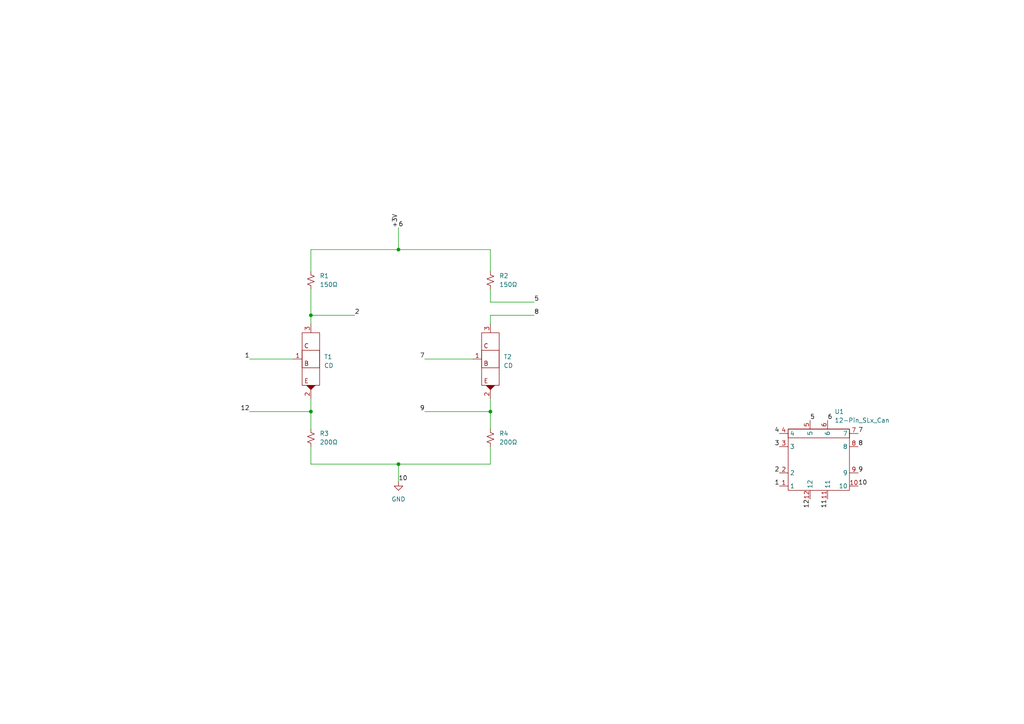
<source format=kicad_sch>
(kicad_sch (version 20211123) (generator eeschema)
  (paper "A4")
  (lib_symbols
    (symbol "Device:R_Small_US" (pin_numbers hide) (pin_names (offset 0.254) hide)
      (property "Reference" "R" (at 0.762 0.508 0))
      (property "Value" "R_Small_US" (at 0.762 -1.016 0))
      (symbol "R_Small_US_1_1"
        (polyline (pts (xy 0 0) (xy 1.016 -0.381) (xy 0 -0.762) (xy -1.016 -1.143) (xy 0 -1.524)))
        (polyline (pts (xy 0 1.524) (xy 1.016 1.143) (xy 0 0.762) (xy -1.016 0.381) (xy 0 0)))
        (pin passive line (at 0 2.54 270) (length 1.016) (name "~") (number "1"))
        (pin passive line (at 0 -2.54 90) (length 1.016) (name "~") (number "2"))
      )
    )
    (symbol "IBM_SLT-SLD:12-Pin_SLx_Can"
      (property "Reference" "U" (at 0 -2.54 0))
      (property "Value" "12-Pin_SLx_Can" (at 0 0 0))
      (symbol "12-Pin_SLx_Can_0_1"
        (rectangle (start -8.89 8.89) (end 8.89 -8.89))
        (rectangle (start -8.89 8.89) (end 8.89 6.35))
      )
      (symbol "12-Pin_SLx_Can_1_1"
        (pin passive line (at -11.43 -7.62 0) (length 2.54) (name "1") (number "1"))
        (pin passive line (at 11.43 -7.62 180) (length 2.54) (name "10") (number "10"))
        (pin passive line (at 2.54 -11.43 90) (length 2.54) (name "11") (number "11"))
        (pin passive line (at -2.54 -11.43 90) (length 2.54) (name "12") (number "12"))
        (pin passive line (at -11.43 -3.81 0) (length 2.54) (name "2") (number "2"))
        (pin passive line (at -11.43 3.81 0) (length 2.54) (name "3") (number "3"))
        (pin passive line (at -11.43 7.62 0) (length 2.54) (name "4") (number "4"))
        (pin passive line (at -2.54 11.43 270) (length 2.54) (name "5") (number "5"))
        (pin passive line (at 2.54 11.43 270) (length 2.54) (name "6") (number "6"))
        (pin passive line (at 11.43 7.62 180) (length 2.54) (name "7") (number "7"))
        (pin passive line (at 11.43 3.81 180) (length 2.54) (name "8") (number "8"))
        (pin passive line (at 11.43 -3.81 180) (length 2.54) (name "9") (number "9"))
      )
    )
    (symbol "IBM_SLT-SLD:IBM_Transistor"
      (property "Reference" "T" (at 0 5.08 0))
      (property "Value" "IBM_Transistor" (at 7.62 8.89 0))
      (symbol "IBM_Transistor_0_0"
        (text "B" (at -1.27 -1.27 0) (effects (font (size 1.27 1.27))))
        (text "C" (at -1.27 3.81 0) (effects (font (size 1.27 1.27))))
        (text "E" (at -1.27 -6.35 0) (effects (font (size 1.27 1.27))))
      )
      (symbol "IBM_Transistor_0_1"
        (rectangle (start -2.54 2.54) (end 2.54 -2.54))
        (rectangle (start -2.54 7.62) (end 2.54 -7.62))
        (polyline (pts (xy -1.27 -7.62) (xy 0 -8.89) (xy 1.27 -7.62)) (fill (type outline)))
      )
      (symbol "IBM_Transistor_1_1"
        (pin passive line (at -5.08 0 0) (length 2.54) (name "B") (number "1"))
        (pin passive line (at 0 -11.43 90) (length 2.54) (name "E") (number "2"))
        (pin passive line (at 0 10.16 270) (length 2.54) (name "C") (number "3"))
      )
    )
    (symbol "power:GND" (power) (pin_names (offset 0))
      (property "Value" "GND" (at 0 -3.81 0))
      (symbol "GND_0_1"
        (polyline (pts (xy 0 0) (xy 0 -1.27) (xy 1.27 -1.27) (xy 0 -2.54) (xy -1.27 -1.27) (xy 0 -1.27)))
      )
      (symbol "GND_1_1"
        (pin power_in line (at 0 0 270) (length 0) hide (name "GND") (number "1"))
      )
    )
  )
  (junction (at 90.17 119.38))
  (junction (at 115.57 72.39))
  (junction (at 115.57 134.62))
  (junction (at 142.24 119.38))
  (junction (at 90.17 91.44))
  (wire (pts (xy 142.24 87.63) (xy 154.94 87.63)))
  (wire (pts (xy 123.19 104.14) (xy 137.16 104.14)))
  (wire (pts (xy 115.57 134.62) (xy 90.17 134.62)))
  (wire (pts (xy 142.24 129.54) (xy 142.24 134.62)))
  (wire (pts (xy 90.17 72.39) (xy 115.57 72.39)))
  (wire (pts (xy 123.19 119.38) (xy 142.24 119.38)))
  (wire (pts (xy 142.24 91.44) (xy 154.94 91.44)))
  (wire (pts (xy 142.24 119.38) (xy 142.24 124.46)))
  (wire (pts (xy 90.17 115.57) (xy 90.17 119.38)))
  (wire (pts (xy 90.17 83.82) (xy 90.17 91.44)))
  (wire (pts (xy 90.17 134.62) (xy 90.17 129.54)))
  (wire (pts (xy 90.17 78.74) (xy 90.17 72.39)))
  (wire (pts (xy 72.39 119.38) (xy 90.17 119.38)))
  (wire (pts (xy 115.57 66.04) (xy 115.57 72.39)))
  (wire (pts (xy 142.24 134.62) (xy 115.57 134.62)))
  (wire (pts (xy 72.39 104.14) (xy 85.09 104.14)))
  (wire (pts (xy 90.17 91.44) (xy 90.17 93.98)))
  (wire (pts (xy 115.57 72.39) (xy 142.24 72.39)))
  (wire (pts (xy 142.24 83.82) (xy 142.24 87.63)))
  (wire (pts (xy 90.17 91.44) (xy 102.87 91.44)))
  (wire (pts (xy 115.57 134.62) (xy 115.57 139.7)))
  (wire (pts (xy 142.24 93.98) (xy 142.24 91.44)))
  (wire (pts (xy 142.24 119.38) (xy 142.24 115.57)))
  (wire (pts (xy 90.17 119.38) (xy 90.17 124.46)))
  (wire (pts (xy 142.24 72.39) (xy 142.24 78.74)))
  (label "8" (at 154.94 91.44 0))
  (label "9" (at 248.92 137.16 0))
  (label "7" (at 248.92 125.73 0))
  (label "5" (at 154.94 87.63 0))
  (label "5" (at 234.95 121.92 0))
  (label "11" (at 240.03 144.78 270))
  (label "7" (at 123.19 104.14 180))
  (label "12" (at 72.39 119.38 180))
  (label "2" (at 102.87 91.44 0))
  (label "4" (at 226.06 125.73 180))
  (label "10" (at 248.92 140.97 0))
  (label "3" (at 226.06 129.54 180))
  (label "8" (at 248.92 129.54 0))
  (label "1" (at 226.06 140.97 180))
  (label "12" (at 234.95 144.78 270))
  (label "2" (at 226.06 137.16 180))
  (label "6" (at 115.57 66.04 0))
  (label "+3V" (at 115.57 66.04 90))
  (label "9" (at 123.19 119.38 180))
  (label "6" (at 240.03 121.92 0))
  (label "10" (at 115.57 139.7 0))
  (label "1" (at 72.39 104.14 180))
  (symbol (lib_id "IBM_SLT-SLD:IBM_Transistor") (at 142.24 104.14 0) (unit 1)
    (property "Reference" "T2" (at 146.05 103.5049 0) (effects (justify left)))
    (property "Value" "CD" (at 146.05 106.0449 0) (effects (justify left)))
  )
  (symbol (lib_id "Device:R_Small_US") (at 90.17 81.28 0) (unit 1)
    (property "Reference" "R1" (at 92.71 80.0099 0) (effects (justify left)))
    (property "Value" "150Ω" (at 92.71 82.5499 0) (effects (justify left)))
    (property "Footprint" "Resistor_SMD:R_0201_0603Metric" (effects hide))
  )
  (symbol (lib_id "Device:R_Small_US") (at 90.17 127 0) (unit 1)
    (property "Reference" "R3" (at 92.71 125.7299 0) (effects (justify left)))
    (property "Value" "200Ω" (at 92.71 128.2699 0) (effects (justify left)))
    (property "Footprint" "Resistor_SMD:R_0201_0603Metric" (effects hide))
  )
  (symbol (lib_id "IBM_SLT-SLD:12-Pin_SLx_Can") (at 237.49 133.35 0) (unit 1)
    (property "Reference" "U1" (at 242.0494 119.38 0) (effects (justify left)))
    (property "Value" "12-Pin_SLx_Can" (at 242.0494 121.92 0) (effects (justify left)))
    (property "Footprint" "IBM_SLT-SLD:12-Pin_SLx_Can" (effects hide))
  )
  (symbol (lib_id "IBM_SLT-SLD:IBM_Transistor") (at 90.17 104.14 0) (unit 1)
    (property "Reference" "T1" (at 93.98 103.5049 0) (effects (justify left)))
    (property "Value" "CD" (at 93.98 106.0449 0) (effects (justify left)))
  )
  (symbol (lib_id "Device:R_Small_US") (at 142.24 81.28 0) (unit 1)
    (property "Reference" "R2" (at 144.78 80.0099 0) (effects (justify left)))
    (property "Value" "150Ω" (at 144.78 82.5499 0) (effects (justify left)))
    (property "Footprint" "Resistor_SMD:R_0201_0603Metric" (effects hide))
  )
  (symbol (lib_id "Device:R_Small_US") (at 142.24 127 0) (unit 1)
    (property "Reference" "R4" (at 144.78 125.7299 0) (effects (justify left)))
    (property "Value" "200Ω" (at 144.78 128.2699 0) (effects (justify left)))
    (property "Footprint" "Resistor_SMD:R_0201_0603Metric" (effects hide))
  )
  (symbol (lib_id "power:GND") (at 115.57 139.7 0) (unit 1)
    (property "Reference" "#PWR?" (effects hide))
    (property "Value" "GND" (at 115.57 144.78 0))
  )
)
</source>
